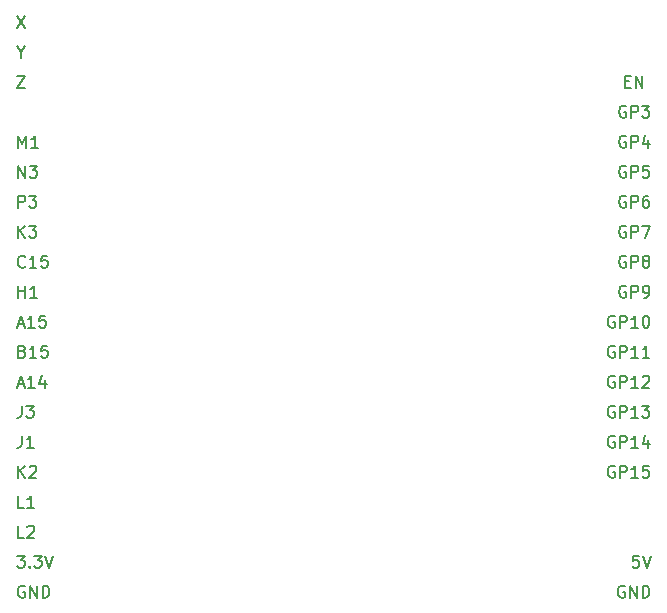
<source format=gbr>
%TF.GenerationSoftware,KiCad,Pcbnew,(6.0.5)*%
%TF.CreationDate,2022-09-08T00:46:35+10:00*%
%TF.ProjectId,shield_holes,73686965-6c64-45f6-986f-6c65732e6b69,rev?*%
%TF.SameCoordinates,Original*%
%TF.FileFunction,Legend,Top*%
%TF.FilePolarity,Positive*%
%FSLAX46Y46*%
G04 Gerber Fmt 4.6, Leading zero omitted, Abs format (unit mm)*
G04 Created by KiCad (PCBNEW (6.0.5)) date 2022-09-08 00:46:35*
%MOMM*%
%LPD*%
G01*
G04 APERTURE LIST*
%ADD10C,0.150000*%
G04 APERTURE END LIST*
D10*
X54927619Y-92638571D02*
X55070476Y-92686190D01*
X55118095Y-92733809D01*
X55165714Y-92829047D01*
X55165714Y-92971904D01*
X55118095Y-93067142D01*
X55070476Y-93114761D01*
X54975238Y-93162380D01*
X54594286Y-93162380D01*
X54594286Y-92162380D01*
X54927619Y-92162380D01*
X55022857Y-92210000D01*
X55070476Y-92257619D01*
X55118095Y-92352857D01*
X55118095Y-92448095D01*
X55070476Y-92543333D01*
X55022857Y-92590952D01*
X54927619Y-92638571D01*
X54594286Y-92638571D01*
X56118095Y-93162380D02*
X55546667Y-93162380D01*
X55832381Y-93162380D02*
X55832381Y-92162380D01*
X55737143Y-92305238D01*
X55641905Y-92400476D01*
X55546667Y-92448095D01*
X57022857Y-92162380D02*
X56546667Y-92162380D01*
X56499048Y-92638571D01*
X56546667Y-92590952D01*
X56641905Y-92543333D01*
X56880000Y-92543333D01*
X56975238Y-92590952D01*
X57022857Y-92638571D01*
X57070476Y-92733809D01*
X57070476Y-92971904D01*
X57022857Y-93067142D01*
X56975238Y-93114761D01*
X56880000Y-93162380D01*
X56641905Y-93162380D01*
X56546667Y-93114761D01*
X56499048Y-93067142D01*
X107108571Y-109942380D02*
X106632381Y-109942380D01*
X106584762Y-110418571D01*
X106632381Y-110370952D01*
X106727619Y-110323333D01*
X106965714Y-110323333D01*
X107060952Y-110370952D01*
X107108571Y-110418571D01*
X107156190Y-110513809D01*
X107156190Y-110751904D01*
X107108571Y-110847142D01*
X107060952Y-110894761D01*
X106965714Y-110942380D01*
X106727619Y-110942380D01*
X106632381Y-110894761D01*
X106584762Y-110847142D01*
X107441905Y-109942380D02*
X107775238Y-110942380D01*
X108108571Y-109942380D01*
X55070476Y-108402380D02*
X54594285Y-108402380D01*
X54594285Y-107402380D01*
X55356190Y-107497619D02*
X55403809Y-107450000D01*
X55499047Y-107402380D01*
X55737143Y-107402380D01*
X55832381Y-107450000D01*
X55880000Y-107497619D01*
X55927619Y-107592857D01*
X55927619Y-107688095D01*
X55880000Y-107830952D01*
X55308571Y-108402380D01*
X55927619Y-108402380D01*
X54880000Y-99782380D02*
X54880000Y-100496666D01*
X54832381Y-100639523D01*
X54737143Y-100734761D01*
X54594286Y-100782380D01*
X54499048Y-100782380D01*
X55880000Y-100782380D02*
X55308572Y-100782380D01*
X55594286Y-100782380D02*
X55594286Y-99782380D01*
X55499048Y-99925238D01*
X55403810Y-100020476D01*
X55308572Y-100068095D01*
X106013333Y-79510000D02*
X105918095Y-79462380D01*
X105775238Y-79462380D01*
X105632380Y-79510000D01*
X105537142Y-79605238D01*
X105489523Y-79700476D01*
X105441904Y-79890952D01*
X105441904Y-80033809D01*
X105489523Y-80224285D01*
X105537142Y-80319523D01*
X105632380Y-80414761D01*
X105775238Y-80462380D01*
X105870476Y-80462380D01*
X106013333Y-80414761D01*
X106060952Y-80367142D01*
X106060952Y-80033809D01*
X105870476Y-80033809D01*
X106489523Y-80462380D02*
X106489523Y-79462380D01*
X106870476Y-79462380D01*
X106965714Y-79510000D01*
X107013333Y-79557619D01*
X107060952Y-79652857D01*
X107060952Y-79795714D01*
X107013333Y-79890952D01*
X106965714Y-79938571D01*
X106870476Y-79986190D01*
X106489523Y-79986190D01*
X107918095Y-79462380D02*
X107727619Y-79462380D01*
X107632380Y-79510000D01*
X107584761Y-79557619D01*
X107489523Y-79700476D01*
X107441904Y-79890952D01*
X107441904Y-80271904D01*
X107489523Y-80367142D01*
X107537142Y-80414761D01*
X107632380Y-80462380D01*
X107822857Y-80462380D01*
X107918095Y-80414761D01*
X107965714Y-80367142D01*
X108013333Y-80271904D01*
X108013333Y-80033809D01*
X107965714Y-79938571D01*
X107918095Y-79890952D01*
X107822857Y-79843333D01*
X107632380Y-79843333D01*
X107537142Y-79890952D01*
X107489523Y-79938571D01*
X107441904Y-80033809D01*
X54594285Y-83002380D02*
X54594285Y-82002380D01*
X55165714Y-83002380D02*
X54737142Y-82430952D01*
X55165714Y-82002380D02*
X54594285Y-82573809D01*
X55499047Y-82002380D02*
X56118095Y-82002380D01*
X55784761Y-82383333D01*
X55927619Y-82383333D01*
X56022857Y-82430952D01*
X56070476Y-82478571D01*
X56118095Y-82573809D01*
X56118095Y-82811904D01*
X56070476Y-82907142D01*
X56022857Y-82954761D01*
X55927619Y-83002380D01*
X55641904Y-83002380D01*
X55546666Y-82954761D01*
X55499047Y-82907142D01*
X54594286Y-77922380D02*
X54594286Y-76922380D01*
X55165714Y-77922380D01*
X55165714Y-76922380D01*
X55546667Y-76922380D02*
X56165714Y-76922380D01*
X55832381Y-77303333D01*
X55975238Y-77303333D01*
X56070476Y-77350952D01*
X56118095Y-77398571D01*
X56165714Y-77493809D01*
X56165714Y-77731904D01*
X56118095Y-77827142D01*
X56070476Y-77874761D01*
X55975238Y-77922380D01*
X55689524Y-77922380D01*
X55594286Y-77874761D01*
X55546667Y-77827142D01*
X105941904Y-69778571D02*
X106275238Y-69778571D01*
X106418095Y-70302380D02*
X105941904Y-70302380D01*
X105941904Y-69302380D01*
X106418095Y-69302380D01*
X106846666Y-70302380D02*
X106846666Y-69302380D01*
X107418095Y-70302380D01*
X107418095Y-69302380D01*
X54594286Y-75382380D02*
X54594286Y-74382380D01*
X54927619Y-75096666D01*
X55260952Y-74382380D01*
X55260952Y-75382380D01*
X56260952Y-75382380D02*
X55689524Y-75382380D01*
X55975238Y-75382380D02*
X55975238Y-74382380D01*
X55880000Y-74525238D01*
X55784762Y-74620476D01*
X55689524Y-74668095D01*
X105060952Y-94750000D02*
X104965714Y-94702380D01*
X104822857Y-94702380D01*
X104680000Y-94750000D01*
X104584762Y-94845238D01*
X104537143Y-94940476D01*
X104489524Y-95130952D01*
X104489524Y-95273809D01*
X104537143Y-95464285D01*
X104584762Y-95559523D01*
X104680000Y-95654761D01*
X104822857Y-95702380D01*
X104918095Y-95702380D01*
X105060952Y-95654761D01*
X105108571Y-95607142D01*
X105108571Y-95273809D01*
X104918095Y-95273809D01*
X105537143Y-95702380D02*
X105537143Y-94702380D01*
X105918095Y-94702380D01*
X106013333Y-94750000D01*
X106060952Y-94797619D01*
X106108571Y-94892857D01*
X106108571Y-95035714D01*
X106060952Y-95130952D01*
X106013333Y-95178571D01*
X105918095Y-95226190D01*
X105537143Y-95226190D01*
X107060952Y-95702380D02*
X106489524Y-95702380D01*
X106775238Y-95702380D02*
X106775238Y-94702380D01*
X106680000Y-94845238D01*
X106584762Y-94940476D01*
X106489524Y-94988095D01*
X107441905Y-94797619D02*
X107489524Y-94750000D01*
X107584762Y-94702380D01*
X107822857Y-94702380D01*
X107918095Y-94750000D01*
X107965714Y-94797619D01*
X108013333Y-94892857D01*
X108013333Y-94988095D01*
X107965714Y-95130952D01*
X107394286Y-95702380D01*
X108013333Y-95702380D01*
X54546666Y-95416666D02*
X55022857Y-95416666D01*
X54451428Y-95702380D02*
X54784762Y-94702380D01*
X55118095Y-95702380D01*
X55975238Y-95702380D02*
X55403809Y-95702380D01*
X55689523Y-95702380D02*
X55689523Y-94702380D01*
X55594285Y-94845238D01*
X55499047Y-94940476D01*
X55403809Y-94988095D01*
X56832381Y-95035714D02*
X56832381Y-95702380D01*
X56594285Y-94654761D02*
X56356190Y-95369047D01*
X56975238Y-95369047D01*
X54784762Y-67286190D02*
X54784762Y-67762380D01*
X54451428Y-66762380D02*
X54784762Y-67286190D01*
X55118095Y-66762380D01*
X105060952Y-89670000D02*
X104965714Y-89622380D01*
X104822857Y-89622380D01*
X104680000Y-89670000D01*
X104584762Y-89765238D01*
X104537143Y-89860476D01*
X104489524Y-90050952D01*
X104489524Y-90193809D01*
X104537143Y-90384285D01*
X104584762Y-90479523D01*
X104680000Y-90574761D01*
X104822857Y-90622380D01*
X104918095Y-90622380D01*
X105060952Y-90574761D01*
X105108571Y-90527142D01*
X105108571Y-90193809D01*
X104918095Y-90193809D01*
X105537143Y-90622380D02*
X105537143Y-89622380D01*
X105918095Y-89622380D01*
X106013333Y-89670000D01*
X106060952Y-89717619D01*
X106108571Y-89812857D01*
X106108571Y-89955714D01*
X106060952Y-90050952D01*
X106013333Y-90098571D01*
X105918095Y-90146190D01*
X105537143Y-90146190D01*
X107060952Y-90622380D02*
X106489524Y-90622380D01*
X106775238Y-90622380D02*
X106775238Y-89622380D01*
X106680000Y-89765238D01*
X106584762Y-89860476D01*
X106489524Y-89908095D01*
X107680000Y-89622380D02*
X107775238Y-89622380D01*
X107870476Y-89670000D01*
X107918095Y-89717619D01*
X107965714Y-89812857D01*
X108013333Y-90003333D01*
X108013333Y-90241428D01*
X107965714Y-90431904D01*
X107918095Y-90527142D01*
X107870476Y-90574761D01*
X107775238Y-90622380D01*
X107680000Y-90622380D01*
X107584762Y-90574761D01*
X107537143Y-90527142D01*
X107489524Y-90431904D01*
X107441905Y-90241428D01*
X107441905Y-90003333D01*
X107489524Y-89812857D01*
X107537143Y-89717619D01*
X107584762Y-89670000D01*
X107680000Y-89622380D01*
X105060952Y-97290000D02*
X104965714Y-97242380D01*
X104822857Y-97242380D01*
X104680000Y-97290000D01*
X104584762Y-97385238D01*
X104537143Y-97480476D01*
X104489524Y-97670952D01*
X104489524Y-97813809D01*
X104537143Y-98004285D01*
X104584762Y-98099523D01*
X104680000Y-98194761D01*
X104822857Y-98242380D01*
X104918095Y-98242380D01*
X105060952Y-98194761D01*
X105108571Y-98147142D01*
X105108571Y-97813809D01*
X104918095Y-97813809D01*
X105537143Y-98242380D02*
X105537143Y-97242380D01*
X105918095Y-97242380D01*
X106013333Y-97290000D01*
X106060952Y-97337619D01*
X106108571Y-97432857D01*
X106108571Y-97575714D01*
X106060952Y-97670952D01*
X106013333Y-97718571D01*
X105918095Y-97766190D01*
X105537143Y-97766190D01*
X107060952Y-98242380D02*
X106489524Y-98242380D01*
X106775238Y-98242380D02*
X106775238Y-97242380D01*
X106680000Y-97385238D01*
X106584762Y-97480476D01*
X106489524Y-97528095D01*
X107394286Y-97242380D02*
X108013333Y-97242380D01*
X107680000Y-97623333D01*
X107822857Y-97623333D01*
X107918095Y-97670952D01*
X107965714Y-97718571D01*
X108013333Y-97813809D01*
X108013333Y-98051904D01*
X107965714Y-98147142D01*
X107918095Y-98194761D01*
X107822857Y-98242380D01*
X107537143Y-98242380D01*
X107441905Y-98194761D01*
X107394286Y-98147142D01*
X105060952Y-99830000D02*
X104965714Y-99782380D01*
X104822857Y-99782380D01*
X104680000Y-99830000D01*
X104584762Y-99925238D01*
X104537143Y-100020476D01*
X104489524Y-100210952D01*
X104489524Y-100353809D01*
X104537143Y-100544285D01*
X104584762Y-100639523D01*
X104680000Y-100734761D01*
X104822857Y-100782380D01*
X104918095Y-100782380D01*
X105060952Y-100734761D01*
X105108571Y-100687142D01*
X105108571Y-100353809D01*
X104918095Y-100353809D01*
X105537143Y-100782380D02*
X105537143Y-99782380D01*
X105918095Y-99782380D01*
X106013333Y-99830000D01*
X106060952Y-99877619D01*
X106108571Y-99972857D01*
X106108571Y-100115714D01*
X106060952Y-100210952D01*
X106013333Y-100258571D01*
X105918095Y-100306190D01*
X105537143Y-100306190D01*
X107060952Y-100782380D02*
X106489524Y-100782380D01*
X106775238Y-100782380D02*
X106775238Y-99782380D01*
X106680000Y-99925238D01*
X106584762Y-100020476D01*
X106489524Y-100068095D01*
X107918095Y-100115714D02*
X107918095Y-100782380D01*
X107680000Y-99734761D02*
X107441905Y-100449047D01*
X108060952Y-100449047D01*
X105060952Y-102370000D02*
X104965714Y-102322380D01*
X104822857Y-102322380D01*
X104680000Y-102370000D01*
X104584762Y-102465238D01*
X104537143Y-102560476D01*
X104489524Y-102750952D01*
X104489524Y-102893809D01*
X104537143Y-103084285D01*
X104584762Y-103179523D01*
X104680000Y-103274761D01*
X104822857Y-103322380D01*
X104918095Y-103322380D01*
X105060952Y-103274761D01*
X105108571Y-103227142D01*
X105108571Y-102893809D01*
X104918095Y-102893809D01*
X105537143Y-103322380D02*
X105537143Y-102322380D01*
X105918095Y-102322380D01*
X106013333Y-102370000D01*
X106060952Y-102417619D01*
X106108571Y-102512857D01*
X106108571Y-102655714D01*
X106060952Y-102750952D01*
X106013333Y-102798571D01*
X105918095Y-102846190D01*
X105537143Y-102846190D01*
X107060952Y-103322380D02*
X106489524Y-103322380D01*
X106775238Y-103322380D02*
X106775238Y-102322380D01*
X106680000Y-102465238D01*
X106584762Y-102560476D01*
X106489524Y-102608095D01*
X107965714Y-102322380D02*
X107489524Y-102322380D01*
X107441905Y-102798571D01*
X107489524Y-102750952D01*
X107584762Y-102703333D01*
X107822857Y-102703333D01*
X107918095Y-102750952D01*
X107965714Y-102798571D01*
X108013333Y-102893809D01*
X108013333Y-103131904D01*
X107965714Y-103227142D01*
X107918095Y-103274761D01*
X107822857Y-103322380D01*
X107584762Y-103322380D01*
X107489524Y-103274761D01*
X107441905Y-103227142D01*
X54880000Y-97242380D02*
X54880000Y-97956666D01*
X54832381Y-98099523D01*
X54737143Y-98194761D01*
X54594286Y-98242380D01*
X54499048Y-98242380D01*
X55260953Y-97242380D02*
X55880000Y-97242380D01*
X55546667Y-97623333D01*
X55689524Y-97623333D01*
X55784762Y-97670952D01*
X55832381Y-97718571D01*
X55880000Y-97813809D01*
X55880000Y-98051904D01*
X55832381Y-98147142D01*
X55784762Y-98194761D01*
X55689524Y-98242380D01*
X55403810Y-98242380D01*
X55308572Y-98194761D01*
X55260953Y-98147142D01*
X106013333Y-76970000D02*
X105918095Y-76922380D01*
X105775238Y-76922380D01*
X105632380Y-76970000D01*
X105537142Y-77065238D01*
X105489523Y-77160476D01*
X105441904Y-77350952D01*
X105441904Y-77493809D01*
X105489523Y-77684285D01*
X105537142Y-77779523D01*
X105632380Y-77874761D01*
X105775238Y-77922380D01*
X105870476Y-77922380D01*
X106013333Y-77874761D01*
X106060952Y-77827142D01*
X106060952Y-77493809D01*
X105870476Y-77493809D01*
X106489523Y-77922380D02*
X106489523Y-76922380D01*
X106870476Y-76922380D01*
X106965714Y-76970000D01*
X107013333Y-77017619D01*
X107060952Y-77112857D01*
X107060952Y-77255714D01*
X107013333Y-77350952D01*
X106965714Y-77398571D01*
X106870476Y-77446190D01*
X106489523Y-77446190D01*
X107965714Y-76922380D02*
X107489523Y-76922380D01*
X107441904Y-77398571D01*
X107489523Y-77350952D01*
X107584761Y-77303333D01*
X107822857Y-77303333D01*
X107918095Y-77350952D01*
X107965714Y-77398571D01*
X108013333Y-77493809D01*
X108013333Y-77731904D01*
X107965714Y-77827142D01*
X107918095Y-77874761D01*
X107822857Y-77922380D01*
X107584761Y-77922380D01*
X107489523Y-77874761D01*
X107441904Y-77827142D01*
X55118095Y-112530000D02*
X55022857Y-112482380D01*
X54880000Y-112482380D01*
X54737142Y-112530000D01*
X54641904Y-112625238D01*
X54594285Y-112720476D01*
X54546666Y-112910952D01*
X54546666Y-113053809D01*
X54594285Y-113244285D01*
X54641904Y-113339523D01*
X54737142Y-113434761D01*
X54880000Y-113482380D01*
X54975238Y-113482380D01*
X55118095Y-113434761D01*
X55165714Y-113387142D01*
X55165714Y-113053809D01*
X54975238Y-113053809D01*
X55594285Y-113482380D02*
X55594285Y-112482380D01*
X56165714Y-113482380D01*
X56165714Y-112482380D01*
X56641904Y-113482380D02*
X56641904Y-112482380D01*
X56880000Y-112482380D01*
X57022857Y-112530000D01*
X57118095Y-112625238D01*
X57165714Y-112720476D01*
X57213333Y-112910952D01*
X57213333Y-113053809D01*
X57165714Y-113244285D01*
X57118095Y-113339523D01*
X57022857Y-113434761D01*
X56880000Y-113482380D01*
X56641904Y-113482380D01*
X106013333Y-84590000D02*
X105918095Y-84542380D01*
X105775238Y-84542380D01*
X105632380Y-84590000D01*
X105537142Y-84685238D01*
X105489523Y-84780476D01*
X105441904Y-84970952D01*
X105441904Y-85113809D01*
X105489523Y-85304285D01*
X105537142Y-85399523D01*
X105632380Y-85494761D01*
X105775238Y-85542380D01*
X105870476Y-85542380D01*
X106013333Y-85494761D01*
X106060952Y-85447142D01*
X106060952Y-85113809D01*
X105870476Y-85113809D01*
X106489523Y-85542380D02*
X106489523Y-84542380D01*
X106870476Y-84542380D01*
X106965714Y-84590000D01*
X107013333Y-84637619D01*
X107060952Y-84732857D01*
X107060952Y-84875714D01*
X107013333Y-84970952D01*
X106965714Y-85018571D01*
X106870476Y-85066190D01*
X106489523Y-85066190D01*
X107632380Y-84970952D02*
X107537142Y-84923333D01*
X107489523Y-84875714D01*
X107441904Y-84780476D01*
X107441904Y-84732857D01*
X107489523Y-84637619D01*
X107537142Y-84590000D01*
X107632380Y-84542380D01*
X107822857Y-84542380D01*
X107918095Y-84590000D01*
X107965714Y-84637619D01*
X108013333Y-84732857D01*
X108013333Y-84780476D01*
X107965714Y-84875714D01*
X107918095Y-84923333D01*
X107822857Y-84970952D01*
X107632380Y-84970952D01*
X107537142Y-85018571D01*
X107489523Y-85066190D01*
X107441904Y-85161428D01*
X107441904Y-85351904D01*
X107489523Y-85447142D01*
X107537142Y-85494761D01*
X107632380Y-85542380D01*
X107822857Y-85542380D01*
X107918095Y-85494761D01*
X107965714Y-85447142D01*
X108013333Y-85351904D01*
X108013333Y-85161428D01*
X107965714Y-85066190D01*
X107918095Y-85018571D01*
X107822857Y-84970952D01*
X54594285Y-103322380D02*
X54594285Y-102322380D01*
X55165714Y-103322380D02*
X54737142Y-102750952D01*
X55165714Y-102322380D02*
X54594285Y-102893809D01*
X55546666Y-102417619D02*
X55594285Y-102370000D01*
X55689523Y-102322380D01*
X55927619Y-102322380D01*
X56022857Y-102370000D01*
X56070476Y-102417619D01*
X56118095Y-102512857D01*
X56118095Y-102608095D01*
X56070476Y-102750952D01*
X55499047Y-103322380D01*
X56118095Y-103322380D01*
X54499047Y-109942380D02*
X55118095Y-109942380D01*
X54784761Y-110323333D01*
X54927618Y-110323333D01*
X55022857Y-110370952D01*
X55070476Y-110418571D01*
X55118095Y-110513809D01*
X55118095Y-110751904D01*
X55070476Y-110847142D01*
X55022857Y-110894761D01*
X54927618Y-110942380D01*
X54641904Y-110942380D01*
X54546666Y-110894761D01*
X54499047Y-110847142D01*
X55546666Y-110847142D02*
X55594285Y-110894761D01*
X55546666Y-110942380D01*
X55499047Y-110894761D01*
X55546666Y-110847142D01*
X55546666Y-110942380D01*
X55927618Y-109942380D02*
X56546666Y-109942380D01*
X56213333Y-110323333D01*
X56356190Y-110323333D01*
X56451428Y-110370952D01*
X56499047Y-110418571D01*
X56546666Y-110513809D01*
X56546666Y-110751904D01*
X56499047Y-110847142D01*
X56451428Y-110894761D01*
X56356190Y-110942380D01*
X56070476Y-110942380D01*
X55975238Y-110894761D01*
X55927618Y-110847142D01*
X56832380Y-109942380D02*
X57165714Y-110942380D01*
X57499047Y-109942380D01*
X54594285Y-80462380D02*
X54594285Y-79462380D01*
X54975238Y-79462380D01*
X55070476Y-79510000D01*
X55118095Y-79557619D01*
X55165714Y-79652857D01*
X55165714Y-79795714D01*
X55118095Y-79890952D01*
X55070476Y-79938571D01*
X54975238Y-79986190D01*
X54594285Y-79986190D01*
X55499047Y-79462380D02*
X56118095Y-79462380D01*
X55784761Y-79843333D01*
X55927619Y-79843333D01*
X56022857Y-79890952D01*
X56070476Y-79938571D01*
X56118095Y-80033809D01*
X56118095Y-80271904D01*
X56070476Y-80367142D01*
X56022857Y-80414761D01*
X55927619Y-80462380D01*
X55641904Y-80462380D01*
X55546666Y-80414761D01*
X55499047Y-80367142D01*
X54594286Y-88082380D02*
X54594286Y-87082380D01*
X54594286Y-87558571D02*
X55165714Y-87558571D01*
X55165714Y-88082380D02*
X55165714Y-87082380D01*
X56165714Y-88082380D02*
X55594286Y-88082380D01*
X55880000Y-88082380D02*
X55880000Y-87082380D01*
X55784762Y-87225238D01*
X55689524Y-87320476D01*
X55594286Y-87368095D01*
X106013333Y-74430000D02*
X105918095Y-74382380D01*
X105775238Y-74382380D01*
X105632380Y-74430000D01*
X105537142Y-74525238D01*
X105489523Y-74620476D01*
X105441904Y-74810952D01*
X105441904Y-74953809D01*
X105489523Y-75144285D01*
X105537142Y-75239523D01*
X105632380Y-75334761D01*
X105775238Y-75382380D01*
X105870476Y-75382380D01*
X106013333Y-75334761D01*
X106060952Y-75287142D01*
X106060952Y-74953809D01*
X105870476Y-74953809D01*
X106489523Y-75382380D02*
X106489523Y-74382380D01*
X106870476Y-74382380D01*
X106965714Y-74430000D01*
X107013333Y-74477619D01*
X107060952Y-74572857D01*
X107060952Y-74715714D01*
X107013333Y-74810952D01*
X106965714Y-74858571D01*
X106870476Y-74906190D01*
X106489523Y-74906190D01*
X107918095Y-74715714D02*
X107918095Y-75382380D01*
X107679999Y-74334761D02*
X107441904Y-75049047D01*
X108060952Y-75049047D01*
X55165714Y-85447142D02*
X55118095Y-85494761D01*
X54975238Y-85542380D01*
X54880000Y-85542380D01*
X54737143Y-85494761D01*
X54641905Y-85399523D01*
X54594286Y-85304285D01*
X54546667Y-85113809D01*
X54546667Y-84970952D01*
X54594286Y-84780476D01*
X54641905Y-84685238D01*
X54737143Y-84590000D01*
X54880000Y-84542380D01*
X54975238Y-84542380D01*
X55118095Y-84590000D01*
X55165714Y-84637619D01*
X56118095Y-85542380D02*
X55546667Y-85542380D01*
X55832381Y-85542380D02*
X55832381Y-84542380D01*
X55737143Y-84685238D01*
X55641905Y-84780476D01*
X55546667Y-84828095D01*
X57022857Y-84542380D02*
X56546667Y-84542380D01*
X56499048Y-85018571D01*
X56546667Y-84970952D01*
X56641905Y-84923333D01*
X56880000Y-84923333D01*
X56975238Y-84970952D01*
X57022857Y-85018571D01*
X57070476Y-85113809D01*
X57070476Y-85351904D01*
X57022857Y-85447142D01*
X56975238Y-85494761D01*
X56880000Y-85542380D01*
X56641905Y-85542380D01*
X56546667Y-85494761D01*
X56499048Y-85447142D01*
X105060952Y-92210000D02*
X104965714Y-92162380D01*
X104822857Y-92162380D01*
X104680000Y-92210000D01*
X104584762Y-92305238D01*
X104537143Y-92400476D01*
X104489524Y-92590952D01*
X104489524Y-92733809D01*
X104537143Y-92924285D01*
X104584762Y-93019523D01*
X104680000Y-93114761D01*
X104822857Y-93162380D01*
X104918095Y-93162380D01*
X105060952Y-93114761D01*
X105108571Y-93067142D01*
X105108571Y-92733809D01*
X104918095Y-92733809D01*
X105537143Y-93162380D02*
X105537143Y-92162380D01*
X105918095Y-92162380D01*
X106013333Y-92210000D01*
X106060952Y-92257619D01*
X106108571Y-92352857D01*
X106108571Y-92495714D01*
X106060952Y-92590952D01*
X106013333Y-92638571D01*
X105918095Y-92686190D01*
X105537143Y-92686190D01*
X107060952Y-93162380D02*
X106489524Y-93162380D01*
X106775238Y-93162380D02*
X106775238Y-92162380D01*
X106680000Y-92305238D01*
X106584762Y-92400476D01*
X106489524Y-92448095D01*
X108013333Y-93162380D02*
X107441905Y-93162380D01*
X107727619Y-93162380D02*
X107727619Y-92162380D01*
X107632381Y-92305238D01*
X107537143Y-92400476D01*
X107441905Y-92448095D01*
X105918095Y-112530000D02*
X105822857Y-112482380D01*
X105680000Y-112482380D01*
X105537142Y-112530000D01*
X105441904Y-112625238D01*
X105394285Y-112720476D01*
X105346666Y-112910952D01*
X105346666Y-113053809D01*
X105394285Y-113244285D01*
X105441904Y-113339523D01*
X105537142Y-113434761D01*
X105680000Y-113482380D01*
X105775238Y-113482380D01*
X105918095Y-113434761D01*
X105965714Y-113387142D01*
X105965714Y-113053809D01*
X105775238Y-113053809D01*
X106394285Y-113482380D02*
X106394285Y-112482380D01*
X106965714Y-113482380D01*
X106965714Y-112482380D01*
X107441904Y-113482380D02*
X107441904Y-112482380D01*
X107680000Y-112482380D01*
X107822857Y-112530000D01*
X107918095Y-112625238D01*
X107965714Y-112720476D01*
X108013333Y-112910952D01*
X108013333Y-113053809D01*
X107965714Y-113244285D01*
X107918095Y-113339523D01*
X107822857Y-113434761D01*
X107680000Y-113482380D01*
X107441904Y-113482380D01*
X54499047Y-64222380D02*
X55165714Y-65222380D01*
X55165714Y-64222380D02*
X54499047Y-65222380D01*
X55070476Y-105862380D02*
X54594285Y-105862380D01*
X54594285Y-104862380D01*
X55927619Y-105862380D02*
X55356190Y-105862380D01*
X55641904Y-105862380D02*
X55641904Y-104862380D01*
X55546666Y-105005238D01*
X55451428Y-105100476D01*
X55356190Y-105148095D01*
X106013333Y-71890000D02*
X105918095Y-71842380D01*
X105775238Y-71842380D01*
X105632380Y-71890000D01*
X105537142Y-71985238D01*
X105489523Y-72080476D01*
X105441904Y-72270952D01*
X105441904Y-72413809D01*
X105489523Y-72604285D01*
X105537142Y-72699523D01*
X105632380Y-72794761D01*
X105775238Y-72842380D01*
X105870476Y-72842380D01*
X106013333Y-72794761D01*
X106060952Y-72747142D01*
X106060952Y-72413809D01*
X105870476Y-72413809D01*
X106489523Y-72842380D02*
X106489523Y-71842380D01*
X106870476Y-71842380D01*
X106965714Y-71890000D01*
X107013333Y-71937619D01*
X107060952Y-72032857D01*
X107060952Y-72175714D01*
X107013333Y-72270952D01*
X106965714Y-72318571D01*
X106870476Y-72366190D01*
X106489523Y-72366190D01*
X107394285Y-71842380D02*
X108013333Y-71842380D01*
X107679999Y-72223333D01*
X107822857Y-72223333D01*
X107918095Y-72270952D01*
X107965714Y-72318571D01*
X108013333Y-72413809D01*
X108013333Y-72651904D01*
X107965714Y-72747142D01*
X107918095Y-72794761D01*
X107822857Y-72842380D01*
X107537142Y-72842380D01*
X107441904Y-72794761D01*
X107394285Y-72747142D01*
X106013333Y-82050000D02*
X105918095Y-82002380D01*
X105775238Y-82002380D01*
X105632380Y-82050000D01*
X105537142Y-82145238D01*
X105489523Y-82240476D01*
X105441904Y-82430952D01*
X105441904Y-82573809D01*
X105489523Y-82764285D01*
X105537142Y-82859523D01*
X105632380Y-82954761D01*
X105775238Y-83002380D01*
X105870476Y-83002380D01*
X106013333Y-82954761D01*
X106060952Y-82907142D01*
X106060952Y-82573809D01*
X105870476Y-82573809D01*
X106489523Y-83002380D02*
X106489523Y-82002380D01*
X106870476Y-82002380D01*
X106965714Y-82050000D01*
X107013333Y-82097619D01*
X107060952Y-82192857D01*
X107060952Y-82335714D01*
X107013333Y-82430952D01*
X106965714Y-82478571D01*
X106870476Y-82526190D01*
X106489523Y-82526190D01*
X107394285Y-82002380D02*
X108060952Y-82002380D01*
X107632380Y-83002380D01*
X106013333Y-87130000D02*
X105918095Y-87082380D01*
X105775238Y-87082380D01*
X105632380Y-87130000D01*
X105537142Y-87225238D01*
X105489523Y-87320476D01*
X105441904Y-87510952D01*
X105441904Y-87653809D01*
X105489523Y-87844285D01*
X105537142Y-87939523D01*
X105632380Y-88034761D01*
X105775238Y-88082380D01*
X105870476Y-88082380D01*
X106013333Y-88034761D01*
X106060952Y-87987142D01*
X106060952Y-87653809D01*
X105870476Y-87653809D01*
X106489523Y-88082380D02*
X106489523Y-87082380D01*
X106870476Y-87082380D01*
X106965714Y-87130000D01*
X107013333Y-87177619D01*
X107060952Y-87272857D01*
X107060952Y-87415714D01*
X107013333Y-87510952D01*
X106965714Y-87558571D01*
X106870476Y-87606190D01*
X106489523Y-87606190D01*
X107537142Y-88082380D02*
X107727619Y-88082380D01*
X107822857Y-88034761D01*
X107870476Y-87987142D01*
X107965714Y-87844285D01*
X108013333Y-87653809D01*
X108013333Y-87272857D01*
X107965714Y-87177619D01*
X107918095Y-87130000D01*
X107822857Y-87082380D01*
X107632380Y-87082380D01*
X107537142Y-87130000D01*
X107489523Y-87177619D01*
X107441904Y-87272857D01*
X107441904Y-87510952D01*
X107489523Y-87606190D01*
X107537142Y-87653809D01*
X107632380Y-87701428D01*
X107822857Y-87701428D01*
X107918095Y-87653809D01*
X107965714Y-87606190D01*
X108013333Y-87510952D01*
X54546666Y-90336666D02*
X55022857Y-90336666D01*
X54451428Y-90622380D02*
X54784762Y-89622380D01*
X55118095Y-90622380D01*
X55975238Y-90622380D02*
X55403809Y-90622380D01*
X55689523Y-90622380D02*
X55689523Y-89622380D01*
X55594285Y-89765238D01*
X55499047Y-89860476D01*
X55403809Y-89908095D01*
X56880000Y-89622380D02*
X56403809Y-89622380D01*
X56356190Y-90098571D01*
X56403809Y-90050952D01*
X56499047Y-90003333D01*
X56737143Y-90003333D01*
X56832381Y-90050952D01*
X56880000Y-90098571D01*
X56927619Y-90193809D01*
X56927619Y-90431904D01*
X56880000Y-90527142D01*
X56832381Y-90574761D01*
X56737143Y-90622380D01*
X56499047Y-90622380D01*
X56403809Y-90574761D01*
X56356190Y-90527142D01*
X54499047Y-69302380D02*
X55165714Y-69302380D01*
X54499047Y-70302380D01*
X55165714Y-70302380D01*
M02*

</source>
